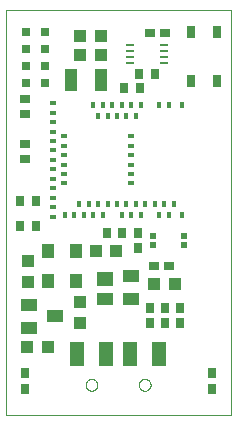
<source format=gtp>
G75*
%MOIN*%
%OFA0B0*%
%FSLAX25Y25*%
%IPPOS*%
%LPD*%
%AMOC8*
5,1,8,0,0,1.08239X$1,22.5*
%
%ADD10C,0.00000*%
%ADD11R,0.01575X0.02362*%
%ADD12R,0.02362X0.01575*%
%ADD13R,0.04331X0.07480*%
%ADD14R,0.04134X0.04252*%
%ADD15R,0.04252X0.04134*%
%ADD16R,0.02913X0.03642*%
%ADD17R,0.03642X0.02913*%
%ADD18R,0.05669X0.03937*%
%ADD19R,0.05669X0.04724*%
%ADD20R,0.04724X0.07874*%
%ADD21R,0.02756X0.03543*%
%ADD22R,0.02559X0.04134*%
%ADD23R,0.02165X0.02165*%
%ADD24R,0.03543X0.02756*%
%ADD25R,0.05512X0.03937*%
%ADD26R,0.03937X0.04724*%
%ADD27R,0.03150X0.03150*%
%ADD28R,0.03150X0.00984*%
D10*
X0037794Y0060631D02*
X0037794Y0195631D01*
X0112794Y0195631D01*
X0112794Y0060631D01*
X0037794Y0060631D01*
X0064467Y0070631D02*
X0064469Y0070719D01*
X0064475Y0070807D01*
X0064485Y0070895D01*
X0064499Y0070983D01*
X0064516Y0071069D01*
X0064538Y0071155D01*
X0064563Y0071239D01*
X0064593Y0071323D01*
X0064625Y0071405D01*
X0064662Y0071485D01*
X0064702Y0071564D01*
X0064746Y0071641D01*
X0064793Y0071716D01*
X0064843Y0071788D01*
X0064897Y0071859D01*
X0064953Y0071926D01*
X0065013Y0071992D01*
X0065075Y0072054D01*
X0065141Y0072114D01*
X0065208Y0072170D01*
X0065279Y0072224D01*
X0065351Y0072274D01*
X0065426Y0072321D01*
X0065503Y0072365D01*
X0065582Y0072405D01*
X0065662Y0072442D01*
X0065744Y0072474D01*
X0065828Y0072504D01*
X0065912Y0072529D01*
X0065998Y0072551D01*
X0066084Y0072568D01*
X0066172Y0072582D01*
X0066260Y0072592D01*
X0066348Y0072598D01*
X0066436Y0072600D01*
X0066524Y0072598D01*
X0066612Y0072592D01*
X0066700Y0072582D01*
X0066788Y0072568D01*
X0066874Y0072551D01*
X0066960Y0072529D01*
X0067044Y0072504D01*
X0067128Y0072474D01*
X0067210Y0072442D01*
X0067290Y0072405D01*
X0067369Y0072365D01*
X0067446Y0072321D01*
X0067521Y0072274D01*
X0067593Y0072224D01*
X0067664Y0072170D01*
X0067731Y0072114D01*
X0067797Y0072054D01*
X0067859Y0071992D01*
X0067919Y0071926D01*
X0067975Y0071859D01*
X0068029Y0071788D01*
X0068079Y0071716D01*
X0068126Y0071641D01*
X0068170Y0071564D01*
X0068210Y0071485D01*
X0068247Y0071405D01*
X0068279Y0071323D01*
X0068309Y0071239D01*
X0068334Y0071155D01*
X0068356Y0071069D01*
X0068373Y0070983D01*
X0068387Y0070895D01*
X0068397Y0070807D01*
X0068403Y0070719D01*
X0068405Y0070631D01*
X0068403Y0070543D01*
X0068397Y0070455D01*
X0068387Y0070367D01*
X0068373Y0070279D01*
X0068356Y0070193D01*
X0068334Y0070107D01*
X0068309Y0070023D01*
X0068279Y0069939D01*
X0068247Y0069857D01*
X0068210Y0069777D01*
X0068170Y0069698D01*
X0068126Y0069621D01*
X0068079Y0069546D01*
X0068029Y0069474D01*
X0067975Y0069403D01*
X0067919Y0069336D01*
X0067859Y0069270D01*
X0067797Y0069208D01*
X0067731Y0069148D01*
X0067664Y0069092D01*
X0067593Y0069038D01*
X0067521Y0068988D01*
X0067446Y0068941D01*
X0067369Y0068897D01*
X0067290Y0068857D01*
X0067210Y0068820D01*
X0067128Y0068788D01*
X0067044Y0068758D01*
X0066960Y0068733D01*
X0066874Y0068711D01*
X0066788Y0068694D01*
X0066700Y0068680D01*
X0066612Y0068670D01*
X0066524Y0068664D01*
X0066436Y0068662D01*
X0066348Y0068664D01*
X0066260Y0068670D01*
X0066172Y0068680D01*
X0066084Y0068694D01*
X0065998Y0068711D01*
X0065912Y0068733D01*
X0065828Y0068758D01*
X0065744Y0068788D01*
X0065662Y0068820D01*
X0065582Y0068857D01*
X0065503Y0068897D01*
X0065426Y0068941D01*
X0065351Y0068988D01*
X0065279Y0069038D01*
X0065208Y0069092D01*
X0065141Y0069148D01*
X0065075Y0069208D01*
X0065013Y0069270D01*
X0064953Y0069336D01*
X0064897Y0069403D01*
X0064843Y0069474D01*
X0064793Y0069546D01*
X0064746Y0069621D01*
X0064702Y0069698D01*
X0064662Y0069777D01*
X0064625Y0069857D01*
X0064593Y0069939D01*
X0064563Y0070023D01*
X0064538Y0070107D01*
X0064516Y0070193D01*
X0064499Y0070279D01*
X0064485Y0070367D01*
X0064475Y0070455D01*
X0064469Y0070543D01*
X0064467Y0070631D01*
X0082183Y0070631D02*
X0082185Y0070719D01*
X0082191Y0070807D01*
X0082201Y0070895D01*
X0082215Y0070983D01*
X0082232Y0071069D01*
X0082254Y0071155D01*
X0082279Y0071239D01*
X0082309Y0071323D01*
X0082341Y0071405D01*
X0082378Y0071485D01*
X0082418Y0071564D01*
X0082462Y0071641D01*
X0082509Y0071716D01*
X0082559Y0071788D01*
X0082613Y0071859D01*
X0082669Y0071926D01*
X0082729Y0071992D01*
X0082791Y0072054D01*
X0082857Y0072114D01*
X0082924Y0072170D01*
X0082995Y0072224D01*
X0083067Y0072274D01*
X0083142Y0072321D01*
X0083219Y0072365D01*
X0083298Y0072405D01*
X0083378Y0072442D01*
X0083460Y0072474D01*
X0083544Y0072504D01*
X0083628Y0072529D01*
X0083714Y0072551D01*
X0083800Y0072568D01*
X0083888Y0072582D01*
X0083976Y0072592D01*
X0084064Y0072598D01*
X0084152Y0072600D01*
X0084240Y0072598D01*
X0084328Y0072592D01*
X0084416Y0072582D01*
X0084504Y0072568D01*
X0084590Y0072551D01*
X0084676Y0072529D01*
X0084760Y0072504D01*
X0084844Y0072474D01*
X0084926Y0072442D01*
X0085006Y0072405D01*
X0085085Y0072365D01*
X0085162Y0072321D01*
X0085237Y0072274D01*
X0085309Y0072224D01*
X0085380Y0072170D01*
X0085447Y0072114D01*
X0085513Y0072054D01*
X0085575Y0071992D01*
X0085635Y0071926D01*
X0085691Y0071859D01*
X0085745Y0071788D01*
X0085795Y0071716D01*
X0085842Y0071641D01*
X0085886Y0071564D01*
X0085926Y0071485D01*
X0085963Y0071405D01*
X0085995Y0071323D01*
X0086025Y0071239D01*
X0086050Y0071155D01*
X0086072Y0071069D01*
X0086089Y0070983D01*
X0086103Y0070895D01*
X0086113Y0070807D01*
X0086119Y0070719D01*
X0086121Y0070631D01*
X0086119Y0070543D01*
X0086113Y0070455D01*
X0086103Y0070367D01*
X0086089Y0070279D01*
X0086072Y0070193D01*
X0086050Y0070107D01*
X0086025Y0070023D01*
X0085995Y0069939D01*
X0085963Y0069857D01*
X0085926Y0069777D01*
X0085886Y0069698D01*
X0085842Y0069621D01*
X0085795Y0069546D01*
X0085745Y0069474D01*
X0085691Y0069403D01*
X0085635Y0069336D01*
X0085575Y0069270D01*
X0085513Y0069208D01*
X0085447Y0069148D01*
X0085380Y0069092D01*
X0085309Y0069038D01*
X0085237Y0068988D01*
X0085162Y0068941D01*
X0085085Y0068897D01*
X0085006Y0068857D01*
X0084926Y0068820D01*
X0084844Y0068788D01*
X0084760Y0068758D01*
X0084676Y0068733D01*
X0084590Y0068711D01*
X0084504Y0068694D01*
X0084416Y0068680D01*
X0084328Y0068670D01*
X0084240Y0068664D01*
X0084152Y0068662D01*
X0084064Y0068664D01*
X0083976Y0068670D01*
X0083888Y0068680D01*
X0083800Y0068694D01*
X0083714Y0068711D01*
X0083628Y0068733D01*
X0083544Y0068758D01*
X0083460Y0068788D01*
X0083378Y0068820D01*
X0083298Y0068857D01*
X0083219Y0068897D01*
X0083142Y0068941D01*
X0083067Y0068988D01*
X0082995Y0069038D01*
X0082924Y0069092D01*
X0082857Y0069148D01*
X0082791Y0069208D01*
X0082729Y0069270D01*
X0082669Y0069336D01*
X0082613Y0069403D01*
X0082559Y0069474D01*
X0082509Y0069546D01*
X0082462Y0069621D01*
X0082418Y0069698D01*
X0082378Y0069777D01*
X0082341Y0069857D01*
X0082309Y0069939D01*
X0082279Y0070023D01*
X0082254Y0070107D01*
X0082232Y0070193D01*
X0082215Y0070279D01*
X0082201Y0070367D01*
X0082191Y0070455D01*
X0082185Y0070543D01*
X0082183Y0070631D01*
D11*
X0082778Y0127324D03*
X0081204Y0130867D03*
X0084353Y0130867D03*
X0087503Y0130867D03*
X0090652Y0130867D03*
X0089078Y0127324D03*
X0092227Y0127324D03*
X0093802Y0130867D03*
X0096558Y0127324D03*
X0079629Y0127324D03*
X0076479Y0127324D03*
X0074904Y0130867D03*
X0078054Y0130867D03*
X0071755Y0130867D03*
X0068605Y0130867D03*
X0067030Y0127324D03*
X0063881Y0127324D03*
X0065456Y0130867D03*
X0062306Y0130867D03*
X0060731Y0127324D03*
X0057582Y0127324D03*
X0070180Y0127324D03*
X0068605Y0160395D03*
X0070180Y0163938D03*
X0071755Y0160395D03*
X0073330Y0163938D03*
X0074904Y0160395D03*
X0076479Y0163938D03*
X0078054Y0160395D03*
X0079629Y0163938D03*
X0081204Y0160395D03*
X0082778Y0163938D03*
X0089078Y0163938D03*
X0092227Y0163938D03*
X0096558Y0163938D03*
X0067030Y0163938D03*
D12*
X0057188Y0153505D03*
X0057188Y0150355D03*
X0057188Y0147206D03*
X0057188Y0144056D03*
X0057188Y0140906D03*
X0057188Y0137757D03*
X0053645Y0139332D03*
X0053645Y0142481D03*
X0053645Y0145631D03*
X0053645Y0148781D03*
X0053645Y0151930D03*
X0053645Y0155080D03*
X0053645Y0158229D03*
X0053645Y0161379D03*
X0053645Y0164529D03*
X0053645Y0136182D03*
X0053645Y0133032D03*
X0053645Y0129883D03*
X0053645Y0126733D03*
X0079629Y0137757D03*
X0079629Y0140906D03*
X0079629Y0144056D03*
X0079629Y0147206D03*
X0079629Y0150355D03*
X0079629Y0153505D03*
D13*
X0069528Y0172193D03*
X0059685Y0172193D03*
D14*
X0062724Y0180631D03*
X0062724Y0186881D03*
X0069614Y0186881D03*
X0069614Y0180631D03*
X0067787Y0115318D03*
X0074677Y0115318D03*
X0087412Y0104381D03*
X0094302Y0104381D03*
X0051864Y0083131D03*
X0044974Y0083131D03*
D15*
X0045294Y0104999D03*
X0045294Y0111888D03*
X0062482Y0098138D03*
X0062482Y0091249D03*
D16*
X0044169Y0074440D03*
X0044169Y0069322D03*
X0081857Y0116197D03*
X0081857Y0121315D03*
X0085919Y0096315D03*
X0085919Y0091197D03*
X0090919Y0091197D03*
X0090919Y0096315D03*
X0095919Y0096315D03*
X0095919Y0091197D03*
X0106419Y0074440D03*
X0106419Y0069322D03*
D17*
X0092228Y0110318D03*
X0087110Y0110318D03*
X0085798Y0187818D03*
X0090916Y0187818D03*
D18*
X0079625Y0106871D03*
X0079625Y0099391D03*
X0070963Y0099391D03*
D19*
X0070963Y0106084D03*
D20*
X0071357Y0080867D03*
X0079231Y0080867D03*
X0089074Y0080867D03*
X0061515Y0080867D03*
D21*
X0071485Y0121256D03*
X0076603Y0121256D03*
X0047791Y0123443D03*
X0042673Y0123443D03*
X0042673Y0131881D03*
X0047791Y0131881D03*
X0077360Y0169443D03*
X0082478Y0169443D03*
X0082360Y0174381D03*
X0087478Y0174381D03*
D22*
X0099749Y0171837D03*
X0108214Y0171837D03*
X0108214Y0188175D03*
X0099749Y0188175D03*
D23*
X0097386Y0120232D03*
X0097386Y0117280D03*
X0086953Y0117280D03*
X0086953Y0120232D03*
D24*
X0044294Y0145884D03*
X0044294Y0151002D03*
X0044294Y0160884D03*
X0044294Y0166002D03*
D25*
X0045651Y0097184D03*
X0045651Y0089703D03*
X0054312Y0093443D03*
D26*
X0051820Y0105318D03*
X0051820Y0115318D03*
X0061269Y0115318D03*
X0061269Y0105318D03*
D27*
X0050944Y0171256D03*
X0050944Y0176881D03*
X0050944Y0182506D03*
X0050944Y0188131D03*
X0044645Y0188131D03*
X0044645Y0182506D03*
X0044645Y0176881D03*
X0044645Y0171256D03*
D28*
X0079148Y0178053D03*
X0079148Y0180022D03*
X0079148Y0181990D03*
X0079148Y0183959D03*
X0090565Y0183959D03*
X0090565Y0181990D03*
X0090565Y0180022D03*
X0090565Y0178053D03*
M02*

</source>
